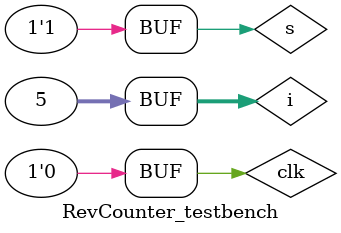
<source format=v>
`timescale 1ns / 1ps


module RevCounter_testbench();
    reg clk;
    reg s;
    wire [15:0] cnt;
    wire Rc;

    RevCounter RevCounter_uut(.clk(clk), .s(s), .cnt(cnt), .Rc(Rc));

    initial begin
        s = 1;
    end
    integer i;
    initial begin
        for(i = 0;i < 3;i = i + 1) begin
            clk = 0;#10;clk = 1;#10;clk = 0;#10;
        end
        s = 0;

        for(i = 0;i < 7;i = i + 1) begin
            clk = 0;#10;clk = 1;#10;clk = 0;#10;
        end

        s = 1;

        for(i = 0;i < 5;i = i + 1) begin
            clk = 0;#10;clk = 1;#10;clk = 0;#10;
        end
        
    end 
endmodule

</source>
